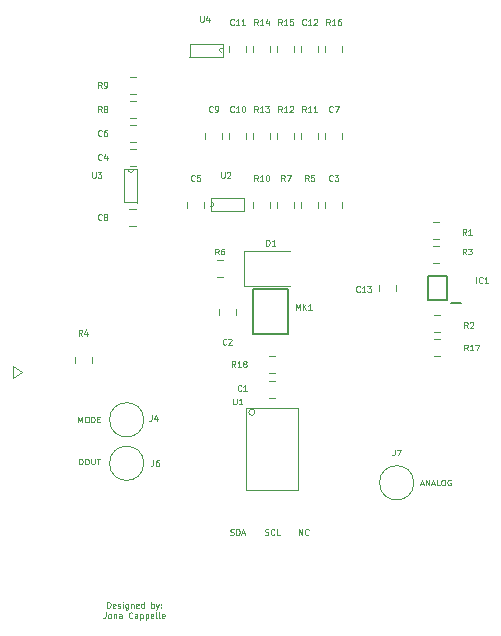
<source format=gto>
G04 #@! TF.GenerationSoftware,KiCad,Pcbnew,(5.1.6)-1*
G04 #@! TF.CreationDate,2021-10-13T16:30:12+02:00*
G04 #@! TF.ProjectId,SoundModulev2,536f756e-644d-46f6-9475-6c6576322e6b,rev?*
G04 #@! TF.SameCoordinates,Original*
G04 #@! TF.FileFunction,Legend,Top*
G04 #@! TF.FilePolarity,Positive*
%FSLAX46Y46*%
G04 Gerber Fmt 4.6, Leading zero omitted, Abs format (unit mm)*
G04 Created by KiCad (PCBNEW (5.1.6)-1) date 2021-10-13 16:30:12*
%MOMM*%
%LPD*%
G01*
G04 APERTURE LIST*
%ADD10C,0.125000*%
%ADD11C,0.120000*%
%ADD12C,0.200000*%
%ADD13C,0.150000*%
%ADD14C,0.070000*%
G04 APERTURE END LIST*
D10*
X135159596Y-93789013D02*
X135397691Y-93789013D01*
X135111977Y-93931870D02*
X135278643Y-93431870D01*
X135445310Y-93931870D01*
X135611977Y-93931870D02*
X135611977Y-93431870D01*
X135897691Y-93931870D01*
X135897691Y-93431870D01*
X136111977Y-93789013D02*
X136350072Y-93789013D01*
X136064358Y-93931870D02*
X136231024Y-93431870D01*
X136397691Y-93931870D01*
X136802453Y-93931870D02*
X136564358Y-93931870D01*
X136564358Y-93431870D01*
X137064358Y-93431870D02*
X137159596Y-93431870D01*
X137207215Y-93455680D01*
X137254834Y-93503299D01*
X137278643Y-93598537D01*
X137278643Y-93765203D01*
X137254834Y-93860441D01*
X137207215Y-93908060D01*
X137159596Y-93931870D01*
X137064358Y-93931870D01*
X137016739Y-93908060D01*
X136969120Y-93860441D01*
X136945310Y-93765203D01*
X136945310Y-93598537D01*
X136969120Y-93503299D01*
X137016739Y-93455680D01*
X137064358Y-93431870D01*
X137754834Y-93455680D02*
X137707215Y-93431870D01*
X137635786Y-93431870D01*
X137564358Y-93455680D01*
X137516739Y-93503299D01*
X137492929Y-93550918D01*
X137469120Y-93646156D01*
X137469120Y-93717584D01*
X137492929Y-93812822D01*
X137516739Y-93860441D01*
X137564358Y-93908060D01*
X137635786Y-93931870D01*
X137683405Y-93931870D01*
X137754834Y-93908060D01*
X137778643Y-93884251D01*
X137778643Y-93717584D01*
X137683405Y-93717584D01*
X106286881Y-92153870D02*
X106286881Y-91653870D01*
X106405929Y-91653870D01*
X106477358Y-91677680D01*
X106524977Y-91725299D01*
X106548786Y-91772918D01*
X106572596Y-91868156D01*
X106572596Y-91939584D01*
X106548786Y-92034822D01*
X106524977Y-92082441D01*
X106477358Y-92130060D01*
X106405929Y-92153870D01*
X106286881Y-92153870D01*
X106882120Y-91653870D02*
X106977358Y-91653870D01*
X107024977Y-91677680D01*
X107072596Y-91725299D01*
X107096405Y-91820537D01*
X107096405Y-91987203D01*
X107072596Y-92082441D01*
X107024977Y-92130060D01*
X106977358Y-92153870D01*
X106882120Y-92153870D01*
X106834500Y-92130060D01*
X106786881Y-92082441D01*
X106763072Y-91987203D01*
X106763072Y-91820537D01*
X106786881Y-91725299D01*
X106834500Y-91677680D01*
X106882120Y-91653870D01*
X107310691Y-91653870D02*
X107310691Y-92058632D01*
X107334500Y-92106251D01*
X107358310Y-92130060D01*
X107405929Y-92153870D01*
X107501167Y-92153870D01*
X107548786Y-92130060D01*
X107572596Y-92106251D01*
X107596405Y-92058632D01*
X107596405Y-91653870D01*
X107763072Y-91653870D02*
X108048786Y-91653870D01*
X107905929Y-92153870D02*
X107905929Y-91653870D01*
X108656405Y-104289370D02*
X108656405Y-103789370D01*
X108775453Y-103789370D01*
X108846881Y-103813180D01*
X108894500Y-103860799D01*
X108918310Y-103908418D01*
X108942120Y-104003656D01*
X108942120Y-104075084D01*
X108918310Y-104170322D01*
X108894500Y-104217941D01*
X108846881Y-104265560D01*
X108775453Y-104289370D01*
X108656405Y-104289370D01*
X109346881Y-104265560D02*
X109299262Y-104289370D01*
X109204024Y-104289370D01*
X109156405Y-104265560D01*
X109132596Y-104217941D01*
X109132596Y-104027465D01*
X109156405Y-103979846D01*
X109204024Y-103956037D01*
X109299262Y-103956037D01*
X109346881Y-103979846D01*
X109370691Y-104027465D01*
X109370691Y-104075084D01*
X109132596Y-104122703D01*
X109561167Y-104265560D02*
X109608786Y-104289370D01*
X109704024Y-104289370D01*
X109751643Y-104265560D01*
X109775453Y-104217941D01*
X109775453Y-104194132D01*
X109751643Y-104146513D01*
X109704024Y-104122703D01*
X109632596Y-104122703D01*
X109584977Y-104098894D01*
X109561167Y-104051275D01*
X109561167Y-104027465D01*
X109584977Y-103979846D01*
X109632596Y-103956037D01*
X109704024Y-103956037D01*
X109751643Y-103979846D01*
X109989739Y-104289370D02*
X109989739Y-103956037D01*
X109989739Y-103789370D02*
X109965929Y-103813180D01*
X109989739Y-103836989D01*
X110013548Y-103813180D01*
X109989739Y-103789370D01*
X109989739Y-103836989D01*
X110442120Y-103956037D02*
X110442120Y-104360799D01*
X110418310Y-104408418D01*
X110394500Y-104432227D01*
X110346881Y-104456037D01*
X110275453Y-104456037D01*
X110227834Y-104432227D01*
X110442120Y-104265560D02*
X110394500Y-104289370D01*
X110299262Y-104289370D01*
X110251643Y-104265560D01*
X110227834Y-104241751D01*
X110204024Y-104194132D01*
X110204024Y-104051275D01*
X110227834Y-104003656D01*
X110251643Y-103979846D01*
X110299262Y-103956037D01*
X110394500Y-103956037D01*
X110442120Y-103979846D01*
X110680215Y-103956037D02*
X110680215Y-104289370D01*
X110680215Y-104003656D02*
X110704024Y-103979846D01*
X110751643Y-103956037D01*
X110823072Y-103956037D01*
X110870691Y-103979846D01*
X110894500Y-104027465D01*
X110894500Y-104289370D01*
X111323072Y-104265560D02*
X111275453Y-104289370D01*
X111180215Y-104289370D01*
X111132596Y-104265560D01*
X111108786Y-104217941D01*
X111108786Y-104027465D01*
X111132596Y-103979846D01*
X111180215Y-103956037D01*
X111275453Y-103956037D01*
X111323072Y-103979846D01*
X111346881Y-104027465D01*
X111346881Y-104075084D01*
X111108786Y-104122703D01*
X111775453Y-104289370D02*
X111775453Y-103789370D01*
X111775453Y-104265560D02*
X111727834Y-104289370D01*
X111632596Y-104289370D01*
X111584977Y-104265560D01*
X111561167Y-104241751D01*
X111537358Y-104194132D01*
X111537358Y-104051275D01*
X111561167Y-104003656D01*
X111584977Y-103979846D01*
X111632596Y-103956037D01*
X111727834Y-103956037D01*
X111775453Y-103979846D01*
X112394500Y-104289370D02*
X112394500Y-103789370D01*
X112394500Y-103979846D02*
X112442120Y-103956037D01*
X112537358Y-103956037D01*
X112584977Y-103979846D01*
X112608786Y-104003656D01*
X112632596Y-104051275D01*
X112632596Y-104194132D01*
X112608786Y-104241751D01*
X112584977Y-104265560D01*
X112537358Y-104289370D01*
X112442120Y-104289370D01*
X112394500Y-104265560D01*
X112799262Y-103956037D02*
X112918310Y-104289370D01*
X113037358Y-103956037D02*
X112918310Y-104289370D01*
X112870691Y-104408418D01*
X112846881Y-104432227D01*
X112799262Y-104456037D01*
X113227834Y-104241751D02*
X113251643Y-104265560D01*
X113227834Y-104289370D01*
X113204024Y-104265560D01*
X113227834Y-104241751D01*
X113227834Y-104289370D01*
X113227834Y-103979846D02*
X113251643Y-104003656D01*
X113227834Y-104027465D01*
X113204024Y-104003656D01*
X113227834Y-103979846D01*
X113227834Y-104027465D01*
X108525453Y-104664370D02*
X108525453Y-105021513D01*
X108501643Y-105092941D01*
X108454024Y-105140560D01*
X108382596Y-105164370D01*
X108334977Y-105164370D01*
X108834977Y-105164370D02*
X108787358Y-105140560D01*
X108763548Y-105116751D01*
X108739739Y-105069132D01*
X108739739Y-104926275D01*
X108763548Y-104878656D01*
X108787358Y-104854846D01*
X108834977Y-104831037D01*
X108906405Y-104831037D01*
X108954024Y-104854846D01*
X108977834Y-104878656D01*
X109001643Y-104926275D01*
X109001643Y-105069132D01*
X108977834Y-105116751D01*
X108954024Y-105140560D01*
X108906405Y-105164370D01*
X108834977Y-105164370D01*
X109215929Y-104831037D02*
X109215929Y-105164370D01*
X109215929Y-104878656D02*
X109239739Y-104854846D01*
X109287358Y-104831037D01*
X109358786Y-104831037D01*
X109406405Y-104854846D01*
X109430215Y-104902465D01*
X109430215Y-105164370D01*
X109882596Y-105164370D02*
X109882596Y-104902465D01*
X109858786Y-104854846D01*
X109811167Y-104831037D01*
X109715929Y-104831037D01*
X109668310Y-104854846D01*
X109882596Y-105140560D02*
X109834977Y-105164370D01*
X109715929Y-105164370D01*
X109668310Y-105140560D01*
X109644500Y-105092941D01*
X109644500Y-105045322D01*
X109668310Y-104997703D01*
X109715929Y-104973894D01*
X109834977Y-104973894D01*
X109882596Y-104950084D01*
X110787358Y-105116751D02*
X110763548Y-105140560D01*
X110692120Y-105164370D01*
X110644500Y-105164370D01*
X110573072Y-105140560D01*
X110525453Y-105092941D01*
X110501643Y-105045322D01*
X110477834Y-104950084D01*
X110477834Y-104878656D01*
X110501643Y-104783418D01*
X110525453Y-104735799D01*
X110573072Y-104688180D01*
X110644500Y-104664370D01*
X110692120Y-104664370D01*
X110763548Y-104688180D01*
X110787358Y-104711989D01*
X111215929Y-105164370D02*
X111215929Y-104902465D01*
X111192120Y-104854846D01*
X111144500Y-104831037D01*
X111049262Y-104831037D01*
X111001643Y-104854846D01*
X111215929Y-105140560D02*
X111168310Y-105164370D01*
X111049262Y-105164370D01*
X111001643Y-105140560D01*
X110977834Y-105092941D01*
X110977834Y-105045322D01*
X111001643Y-104997703D01*
X111049262Y-104973894D01*
X111168310Y-104973894D01*
X111215929Y-104950084D01*
X111454024Y-104831037D02*
X111454024Y-105331037D01*
X111454024Y-104854846D02*
X111501643Y-104831037D01*
X111596881Y-104831037D01*
X111644500Y-104854846D01*
X111668310Y-104878656D01*
X111692120Y-104926275D01*
X111692120Y-105069132D01*
X111668310Y-105116751D01*
X111644500Y-105140560D01*
X111596881Y-105164370D01*
X111501643Y-105164370D01*
X111454024Y-105140560D01*
X111906405Y-104831037D02*
X111906405Y-105331037D01*
X111906405Y-104854846D02*
X111954024Y-104831037D01*
X112049262Y-104831037D01*
X112096881Y-104854846D01*
X112120691Y-104878656D01*
X112144500Y-104926275D01*
X112144500Y-105069132D01*
X112120691Y-105116751D01*
X112096881Y-105140560D01*
X112049262Y-105164370D01*
X111954024Y-105164370D01*
X111906405Y-105140560D01*
X112549262Y-105140560D02*
X112501643Y-105164370D01*
X112406405Y-105164370D01*
X112358786Y-105140560D01*
X112334977Y-105092941D01*
X112334977Y-104902465D01*
X112358786Y-104854846D01*
X112406405Y-104831037D01*
X112501643Y-104831037D01*
X112549262Y-104854846D01*
X112573072Y-104902465D01*
X112573072Y-104950084D01*
X112334977Y-104997703D01*
X112858786Y-105164370D02*
X112811167Y-105140560D01*
X112787358Y-105092941D01*
X112787358Y-104664370D01*
X113120691Y-105164370D02*
X113073072Y-105140560D01*
X113049262Y-105092941D01*
X113049262Y-104664370D01*
X113501643Y-105140560D02*
X113454024Y-105164370D01*
X113358786Y-105164370D01*
X113311167Y-105140560D01*
X113287358Y-105092941D01*
X113287358Y-104902465D01*
X113311167Y-104854846D01*
X113358786Y-104831037D01*
X113454024Y-104831037D01*
X113501643Y-104854846D01*
X113525453Y-104902465D01*
X113525453Y-104950084D01*
X113287358Y-104997703D01*
X106227358Y-88597870D02*
X106227358Y-88097870D01*
X106394024Y-88455013D01*
X106560691Y-88097870D01*
X106560691Y-88597870D01*
X106894024Y-88097870D02*
X106989262Y-88097870D01*
X107036881Y-88121680D01*
X107084500Y-88169299D01*
X107108310Y-88264537D01*
X107108310Y-88431203D01*
X107084500Y-88526441D01*
X107036881Y-88574060D01*
X106989262Y-88597870D01*
X106894024Y-88597870D01*
X106846405Y-88574060D01*
X106798786Y-88526441D01*
X106774977Y-88431203D01*
X106774977Y-88264537D01*
X106798786Y-88169299D01*
X106846405Y-88121680D01*
X106894024Y-88097870D01*
X107322596Y-88597870D02*
X107322596Y-88097870D01*
X107441643Y-88097870D01*
X107513072Y-88121680D01*
X107560691Y-88169299D01*
X107584500Y-88216918D01*
X107608310Y-88312156D01*
X107608310Y-88383584D01*
X107584500Y-88478822D01*
X107560691Y-88526441D01*
X107513072Y-88574060D01*
X107441643Y-88597870D01*
X107322596Y-88597870D01*
X107822596Y-88335965D02*
X107989262Y-88335965D01*
X108060691Y-88597870D02*
X107822596Y-88597870D01*
X107822596Y-88097870D01*
X108060691Y-88097870D01*
D11*
X101417120Y-84307680D02*
X100655120Y-83799680D01*
X100655120Y-84815680D02*
X101417120Y-84307680D01*
X100655120Y-83799680D02*
X100655120Y-84815680D01*
D10*
X124900262Y-98122870D02*
X124900262Y-97622870D01*
X125185977Y-98122870D01*
X125185977Y-97622870D01*
X125709786Y-98075251D02*
X125685977Y-98099060D01*
X125614548Y-98122870D01*
X125566929Y-98122870D01*
X125495500Y-98099060D01*
X125447881Y-98051441D01*
X125424072Y-98003822D01*
X125400262Y-97908584D01*
X125400262Y-97837156D01*
X125424072Y-97741918D01*
X125447881Y-97694299D01*
X125495500Y-97646680D01*
X125566929Y-97622870D01*
X125614548Y-97622870D01*
X125685977Y-97646680D01*
X125709786Y-97670489D01*
X122030881Y-98099060D02*
X122102310Y-98122870D01*
X122221358Y-98122870D01*
X122268977Y-98099060D01*
X122292786Y-98075251D01*
X122316596Y-98027632D01*
X122316596Y-97980013D01*
X122292786Y-97932394D01*
X122268977Y-97908584D01*
X122221358Y-97884775D01*
X122126120Y-97860965D01*
X122078500Y-97837156D01*
X122054691Y-97813346D01*
X122030881Y-97765727D01*
X122030881Y-97718108D01*
X122054691Y-97670489D01*
X122078500Y-97646680D01*
X122126120Y-97622870D01*
X122245167Y-97622870D01*
X122316596Y-97646680D01*
X122816596Y-98075251D02*
X122792786Y-98099060D01*
X122721358Y-98122870D01*
X122673739Y-98122870D01*
X122602310Y-98099060D01*
X122554691Y-98051441D01*
X122530881Y-98003822D01*
X122507072Y-97908584D01*
X122507072Y-97837156D01*
X122530881Y-97741918D01*
X122554691Y-97694299D01*
X122602310Y-97646680D01*
X122673739Y-97622870D01*
X122721358Y-97622870D01*
X122792786Y-97646680D01*
X122816596Y-97670489D01*
X123268977Y-98122870D02*
X123030881Y-98122870D01*
X123030881Y-97622870D01*
X119097977Y-98099060D02*
X119169405Y-98122870D01*
X119288453Y-98122870D01*
X119336072Y-98099060D01*
X119359881Y-98075251D01*
X119383691Y-98027632D01*
X119383691Y-97980013D01*
X119359881Y-97932394D01*
X119336072Y-97908584D01*
X119288453Y-97884775D01*
X119193215Y-97860965D01*
X119145596Y-97837156D01*
X119121786Y-97813346D01*
X119097977Y-97765727D01*
X119097977Y-97718108D01*
X119121786Y-97670489D01*
X119145596Y-97646680D01*
X119193215Y-97622870D01*
X119312262Y-97622870D01*
X119383691Y-97646680D01*
X119597977Y-98122870D02*
X119597977Y-97622870D01*
X119717024Y-97622870D01*
X119788453Y-97646680D01*
X119836072Y-97694299D01*
X119859881Y-97741918D01*
X119883691Y-97837156D01*
X119883691Y-97908584D01*
X119859881Y-98003822D01*
X119836072Y-98051441D01*
X119788453Y-98099060D01*
X119717024Y-98122870D01*
X119597977Y-98122870D01*
X120074167Y-97980013D02*
X120312262Y-97980013D01*
X120026548Y-98122870D02*
X120193215Y-97622870D01*
X120359881Y-98122870D01*
D11*
X124099120Y-74084680D02*
X120214120Y-74084680D01*
X120214120Y-74084680D02*
X120214120Y-77004680D01*
X120214120Y-77004680D02*
X124099120Y-77004680D01*
X134617120Y-93705680D02*
G75*
G03*
X134617120Y-93705680I-1450000J0D01*
G01*
X111757120Y-92054680D02*
G75*
G03*
X111757120Y-92054680I-1450000J0D01*
G01*
X111757120Y-88371680D02*
G75*
G03*
X111757120Y-88371680I-1450000J0D01*
G01*
X119526120Y-79488932D02*
X119526120Y-78966428D01*
X118106120Y-79488932D02*
X118106120Y-78966428D01*
X136857372Y-81565680D02*
X136334868Y-81565680D01*
X136857372Y-82985680D02*
X136334868Y-82985680D01*
X122887372Y-84382680D02*
X122364868Y-84382680D01*
X122887372Y-82962680D02*
X122364868Y-82962680D01*
D12*
X138596120Y-78445680D02*
X137746120Y-78445680D01*
X137396120Y-76195680D02*
X137396120Y-78195680D01*
X135796120Y-76195680D02*
X137396120Y-76195680D01*
X135796120Y-78195680D02*
X135796120Y-76195680D01*
X137396120Y-78195680D02*
X135796120Y-78195680D01*
D11*
X136730372Y-71659680D02*
X136207868Y-71659680D01*
X136730372Y-73079680D02*
X136207868Y-73079680D01*
X136334868Y-80953680D02*
X136857372Y-80953680D01*
X136334868Y-79533680D02*
X136857372Y-79533680D01*
X136207868Y-75111680D02*
X136730372Y-75111680D01*
X136207868Y-73691680D02*
X136730372Y-73691680D01*
X133115120Y-77456932D02*
X133115120Y-76934428D01*
X131695120Y-77456932D02*
X131695120Y-76934428D01*
X122364868Y-85121680D02*
X122887372Y-85121680D01*
X122364868Y-86541680D02*
X122887372Y-86541680D01*
X128543120Y-70480932D02*
X128543120Y-69958428D01*
X127123120Y-70480932D02*
X127123120Y-69958428D01*
X115439120Y-69940428D02*
X115439120Y-70462932D01*
X116859120Y-69940428D02*
X116859120Y-70462932D01*
X127123120Y-64638932D02*
X127123120Y-64116428D01*
X128543120Y-64638932D02*
X128543120Y-64116428D01*
X110562868Y-63404680D02*
X111085372Y-63404680D01*
X110562868Y-64824680D02*
X111085372Y-64824680D01*
X118383120Y-64638932D02*
X118383120Y-64116428D01*
X116963120Y-64638932D02*
X116963120Y-64116428D01*
X118995120Y-64638932D02*
X118995120Y-64116428D01*
X120415120Y-64638932D02*
X120415120Y-64116428D01*
X118995120Y-57254932D02*
X118995120Y-56732428D01*
X120415120Y-57254932D02*
X120415120Y-56732428D01*
X126511120Y-56732428D02*
X126511120Y-57254932D01*
X125091120Y-56732428D02*
X125091120Y-57254932D01*
D13*
X123974120Y-77315680D02*
X121024120Y-77315680D01*
X123974120Y-81075680D02*
X123974120Y-77315680D01*
X121024120Y-81075680D02*
X123974120Y-81075680D01*
X121024120Y-77315680D02*
X121024120Y-81075680D01*
D11*
X107334120Y-83030428D02*
X107334120Y-83552932D01*
X105914120Y-83030428D02*
X105914120Y-83552932D01*
X118442372Y-76254680D02*
X117919868Y-76254680D01*
X118442372Y-74834680D02*
X117919868Y-74834680D01*
X125091120Y-70480932D02*
X125091120Y-69958428D01*
X126511120Y-70480932D02*
X126511120Y-69958428D01*
X123059120Y-69958428D02*
X123059120Y-70480932D01*
X124479120Y-69958428D02*
X124479120Y-70480932D01*
X111085372Y-61372680D02*
X110562868Y-61372680D01*
X111085372Y-62792680D02*
X110562868Y-62792680D01*
X110562868Y-60760680D02*
X111085372Y-60760680D01*
X110562868Y-59340680D02*
X111085372Y-59340680D01*
X121027120Y-69958428D02*
X121027120Y-70480932D01*
X122447120Y-69958428D02*
X122447120Y-70480932D01*
X126511120Y-64638932D02*
X126511120Y-64116428D01*
X125091120Y-64638932D02*
X125091120Y-64116428D01*
X124479120Y-64116428D02*
X124479120Y-64638932D01*
X123059120Y-64116428D02*
X123059120Y-64638932D01*
X122447120Y-64638932D02*
X122447120Y-64116428D01*
X121027120Y-64638932D02*
X121027120Y-64116428D01*
X122447120Y-56732428D02*
X122447120Y-57254932D01*
X121027120Y-56732428D02*
X121027120Y-57254932D01*
X123059120Y-57254932D02*
X123059120Y-56732428D01*
X124479120Y-57254932D02*
X124479120Y-56732428D01*
X127123120Y-56732428D02*
X127123120Y-57254932D01*
X128543120Y-56732428D02*
X128543120Y-57254932D01*
X121165620Y-87736680D02*
G75*
G03*
X121165620Y-87736680I-254000J0D01*
G01*
X120403620Y-94340680D02*
X120403620Y-87355680D01*
X124848620Y-94340680D02*
X120403620Y-94340680D01*
X124848620Y-87355680D02*
X124848620Y-94340680D01*
X120403620Y-87355680D02*
X124848620Y-87355680D01*
D14*
X117421272Y-70317717D02*
G75*
G03*
X117685820Y-70096380I58808J198477D01*
G01*
X117685820Y-70091300D02*
G75*
G03*
X117475000Y-69875400I-213360J2540D01*
G01*
X117419120Y-69575680D02*
X117419120Y-70655180D01*
X120213120Y-70655180D02*
X117419120Y-70655180D01*
X120213120Y-69575680D02*
X120213120Y-70655180D01*
X117419120Y-69575680D02*
X120233440Y-69575680D01*
X111196120Y-67162680D02*
X110116620Y-67162680D01*
X110116620Y-69956680D02*
X110116620Y-67162680D01*
X111196120Y-69956680D02*
X110116620Y-69956680D01*
X111196120Y-67162680D02*
X111196120Y-69977000D01*
X110454083Y-67164832D02*
G75*
G03*
X110675420Y-67429380I198477J-58808D01*
G01*
X110680500Y-67429380D02*
G75*
G03*
X110896400Y-67218560I2540J213360D01*
G01*
X118168420Y-57122060D02*
G75*
G03*
X118379240Y-57337960I213360J-2540D01*
G01*
X118432968Y-56895643D02*
G75*
G03*
X118168420Y-57116980I-58808J-198477D01*
G01*
X118435120Y-57637680D02*
X115620800Y-57637680D01*
X115641120Y-57637680D02*
X115641120Y-56558180D01*
X115641120Y-56558180D02*
X118435120Y-56558180D01*
X118435120Y-57637680D02*
X118435120Y-56558180D01*
D11*
X110553868Y-66856680D02*
X111076372Y-66856680D01*
X110553868Y-65436680D02*
X111076372Y-65436680D01*
X110544868Y-70516680D02*
X111067372Y-70516680D01*
X110544868Y-71936680D02*
X111067372Y-71936680D01*
D10*
X122130072Y-73625870D02*
X122130072Y-73125870D01*
X122249120Y-73125870D01*
X122320548Y-73149680D01*
X122368167Y-73197299D01*
X122391977Y-73244918D01*
X122415786Y-73340156D01*
X122415786Y-73411584D01*
X122391977Y-73506822D01*
X122368167Y-73554441D01*
X122320548Y-73602060D01*
X122249120Y-73625870D01*
X122130072Y-73625870D01*
X122891977Y-73625870D02*
X122606262Y-73625870D01*
X122749120Y-73625870D02*
X122749120Y-73125870D01*
X122701500Y-73197299D01*
X122653881Y-73244918D01*
X122606262Y-73268727D01*
X133000453Y-90891870D02*
X133000453Y-91249013D01*
X132976643Y-91320441D01*
X132929024Y-91368060D01*
X132857596Y-91391870D01*
X132809977Y-91391870D01*
X133190929Y-90891870D02*
X133524262Y-90891870D01*
X133309977Y-91391870D01*
X112553453Y-91780870D02*
X112553453Y-92138013D01*
X112529643Y-92209441D01*
X112482024Y-92257060D01*
X112410596Y-92280870D01*
X112362977Y-92280870D01*
X113005834Y-91780870D02*
X112910596Y-91780870D01*
X112862977Y-91804680D01*
X112839167Y-91828489D01*
X112791548Y-91899918D01*
X112767739Y-91995156D01*
X112767739Y-92185632D01*
X112791548Y-92233251D01*
X112815358Y-92257060D01*
X112862977Y-92280870D01*
X112958215Y-92280870D01*
X113005834Y-92257060D01*
X113029643Y-92233251D01*
X113053453Y-92185632D01*
X113053453Y-92066584D01*
X113029643Y-92018965D01*
X113005834Y-91995156D01*
X112958215Y-91971346D01*
X112862977Y-91971346D01*
X112815358Y-91995156D01*
X112791548Y-92018965D01*
X112767739Y-92066584D01*
X112426453Y-87970870D02*
X112426453Y-88328013D01*
X112402643Y-88399441D01*
X112355024Y-88447060D01*
X112283596Y-88470870D01*
X112235977Y-88470870D01*
X112878834Y-88137537D02*
X112878834Y-88470870D01*
X112759786Y-87947060D02*
X112640739Y-88304203D01*
X112950262Y-88304203D01*
X118732786Y-81955251D02*
X118708977Y-81979060D01*
X118637548Y-82002870D01*
X118589929Y-82002870D01*
X118518500Y-81979060D01*
X118470881Y-81931441D01*
X118447072Y-81883822D01*
X118423262Y-81788584D01*
X118423262Y-81717156D01*
X118447072Y-81621918D01*
X118470881Y-81574299D01*
X118518500Y-81526680D01*
X118589929Y-81502870D01*
X118637548Y-81502870D01*
X118708977Y-81526680D01*
X118732786Y-81550489D01*
X118923262Y-81550489D02*
X118947072Y-81526680D01*
X118994691Y-81502870D01*
X119113739Y-81502870D01*
X119161358Y-81526680D01*
X119185167Y-81550489D01*
X119208977Y-81598108D01*
X119208977Y-81645727D01*
X119185167Y-81717156D01*
X118899453Y-82002870D01*
X119208977Y-82002870D01*
X139195691Y-82501870D02*
X139029024Y-82263775D01*
X138909977Y-82501870D02*
X138909977Y-82001870D01*
X139100453Y-82001870D01*
X139148072Y-82025680D01*
X139171881Y-82049489D01*
X139195691Y-82097108D01*
X139195691Y-82168537D01*
X139171881Y-82216156D01*
X139148072Y-82239965D01*
X139100453Y-82263775D01*
X138909977Y-82263775D01*
X139671881Y-82501870D02*
X139386167Y-82501870D01*
X139529024Y-82501870D02*
X139529024Y-82001870D01*
X139481405Y-82073299D01*
X139433786Y-82120918D01*
X139386167Y-82144727D01*
X139838548Y-82001870D02*
X140171881Y-82001870D01*
X139957596Y-82501870D01*
X119510691Y-83898870D02*
X119344024Y-83660775D01*
X119224977Y-83898870D02*
X119224977Y-83398870D01*
X119415453Y-83398870D01*
X119463072Y-83422680D01*
X119486881Y-83446489D01*
X119510691Y-83494108D01*
X119510691Y-83565537D01*
X119486881Y-83613156D01*
X119463072Y-83636965D01*
X119415453Y-83660775D01*
X119224977Y-83660775D01*
X119986881Y-83898870D02*
X119701167Y-83898870D01*
X119844024Y-83898870D02*
X119844024Y-83398870D01*
X119796405Y-83470299D01*
X119748786Y-83517918D01*
X119701167Y-83541727D01*
X120272596Y-83613156D02*
X120224977Y-83589346D01*
X120201167Y-83565537D01*
X120177358Y-83517918D01*
X120177358Y-83494108D01*
X120201167Y-83446489D01*
X120224977Y-83422680D01*
X120272596Y-83398870D01*
X120367834Y-83398870D01*
X120415453Y-83422680D01*
X120439262Y-83446489D01*
X120463072Y-83494108D01*
X120463072Y-83517918D01*
X120439262Y-83565537D01*
X120415453Y-83589346D01*
X120367834Y-83613156D01*
X120272596Y-83613156D01*
X120224977Y-83636965D01*
X120201167Y-83660775D01*
X120177358Y-83708394D01*
X120177358Y-83803632D01*
X120201167Y-83851251D01*
X120224977Y-83875060D01*
X120272596Y-83898870D01*
X120367834Y-83898870D01*
X120415453Y-83875060D01*
X120439262Y-83851251D01*
X120463072Y-83803632D01*
X120463072Y-83708394D01*
X120439262Y-83660775D01*
X120415453Y-83636965D01*
X120367834Y-83613156D01*
X139918024Y-76786870D02*
X139918024Y-76286870D01*
X140441834Y-76739251D02*
X140418024Y-76763060D01*
X140346596Y-76786870D01*
X140298977Y-76786870D01*
X140227548Y-76763060D01*
X140179929Y-76715441D01*
X140156120Y-76667822D01*
X140132310Y-76572584D01*
X140132310Y-76501156D01*
X140156120Y-76405918D01*
X140179929Y-76358299D01*
X140227548Y-76310680D01*
X140298977Y-76286870D01*
X140346596Y-76286870D01*
X140418024Y-76310680D01*
X140441834Y-76334489D01*
X140918024Y-76786870D02*
X140632310Y-76786870D01*
X140775167Y-76786870D02*
X140775167Y-76286870D01*
X140727548Y-76358299D01*
X140679929Y-76405918D01*
X140632310Y-76429727D01*
X139052786Y-74373870D02*
X138886120Y-74135775D01*
X138767072Y-74373870D02*
X138767072Y-73873870D01*
X138957548Y-73873870D01*
X139005167Y-73897680D01*
X139028977Y-73921489D01*
X139052786Y-73969108D01*
X139052786Y-74040537D01*
X139028977Y-74088156D01*
X139005167Y-74111965D01*
X138957548Y-74135775D01*
X138767072Y-74135775D01*
X139219453Y-73873870D02*
X139528977Y-73873870D01*
X139362310Y-74064346D01*
X139433739Y-74064346D01*
X139481358Y-74088156D01*
X139505167Y-74111965D01*
X139528977Y-74159584D01*
X139528977Y-74278632D01*
X139505167Y-74326251D01*
X139481358Y-74350060D01*
X139433739Y-74373870D01*
X139290881Y-74373870D01*
X139243262Y-74350060D01*
X139219453Y-74326251D01*
X139179786Y-80596870D02*
X139013120Y-80358775D01*
X138894072Y-80596870D02*
X138894072Y-80096870D01*
X139084548Y-80096870D01*
X139132167Y-80120680D01*
X139155977Y-80144489D01*
X139179786Y-80192108D01*
X139179786Y-80263537D01*
X139155977Y-80311156D01*
X139132167Y-80334965D01*
X139084548Y-80358775D01*
X138894072Y-80358775D01*
X139370262Y-80144489D02*
X139394072Y-80120680D01*
X139441691Y-80096870D01*
X139560739Y-80096870D01*
X139608358Y-80120680D01*
X139632167Y-80144489D01*
X139655977Y-80192108D01*
X139655977Y-80239727D01*
X139632167Y-80311156D01*
X139346453Y-80596870D01*
X139655977Y-80596870D01*
X139052786Y-72722870D02*
X138886120Y-72484775D01*
X138767072Y-72722870D02*
X138767072Y-72222870D01*
X138957548Y-72222870D01*
X139005167Y-72246680D01*
X139028977Y-72270489D01*
X139052786Y-72318108D01*
X139052786Y-72389537D01*
X139028977Y-72437156D01*
X139005167Y-72460965D01*
X138957548Y-72484775D01*
X138767072Y-72484775D01*
X139528977Y-72722870D02*
X139243262Y-72722870D01*
X139386120Y-72722870D02*
X139386120Y-72222870D01*
X139338500Y-72294299D01*
X139290881Y-72341918D01*
X139243262Y-72365727D01*
X130051691Y-77501251D02*
X130027881Y-77525060D01*
X129956453Y-77548870D01*
X129908834Y-77548870D01*
X129837405Y-77525060D01*
X129789786Y-77477441D01*
X129765977Y-77429822D01*
X129742167Y-77334584D01*
X129742167Y-77263156D01*
X129765977Y-77167918D01*
X129789786Y-77120299D01*
X129837405Y-77072680D01*
X129908834Y-77048870D01*
X129956453Y-77048870D01*
X130027881Y-77072680D01*
X130051691Y-77096489D01*
X130527881Y-77548870D02*
X130242167Y-77548870D01*
X130385024Y-77548870D02*
X130385024Y-77048870D01*
X130337405Y-77120299D01*
X130289786Y-77167918D01*
X130242167Y-77191727D01*
X130694548Y-77048870D02*
X131004072Y-77048870D01*
X130837405Y-77239346D01*
X130908834Y-77239346D01*
X130956453Y-77263156D01*
X130980262Y-77286965D01*
X131004072Y-77334584D01*
X131004072Y-77453632D01*
X130980262Y-77501251D01*
X130956453Y-77525060D01*
X130908834Y-77548870D01*
X130765977Y-77548870D01*
X130718358Y-77525060D01*
X130694548Y-77501251D01*
X120002786Y-85883251D02*
X119978977Y-85907060D01*
X119907548Y-85930870D01*
X119859929Y-85930870D01*
X119788500Y-85907060D01*
X119740881Y-85859441D01*
X119717072Y-85811822D01*
X119693262Y-85716584D01*
X119693262Y-85645156D01*
X119717072Y-85549918D01*
X119740881Y-85502299D01*
X119788500Y-85454680D01*
X119859929Y-85430870D01*
X119907548Y-85430870D01*
X119978977Y-85454680D01*
X120002786Y-85478489D01*
X120478977Y-85930870D02*
X120193262Y-85930870D01*
X120336120Y-85930870D02*
X120336120Y-85430870D01*
X120288500Y-85502299D01*
X120240881Y-85549918D01*
X120193262Y-85573727D01*
X127749786Y-68103251D02*
X127725977Y-68127060D01*
X127654548Y-68150870D01*
X127606929Y-68150870D01*
X127535500Y-68127060D01*
X127487881Y-68079441D01*
X127464072Y-68031822D01*
X127440262Y-67936584D01*
X127440262Y-67865156D01*
X127464072Y-67769918D01*
X127487881Y-67722299D01*
X127535500Y-67674680D01*
X127606929Y-67650870D01*
X127654548Y-67650870D01*
X127725977Y-67674680D01*
X127749786Y-67698489D01*
X127916453Y-67650870D02*
X128225977Y-67650870D01*
X128059310Y-67841346D01*
X128130739Y-67841346D01*
X128178358Y-67865156D01*
X128202167Y-67888965D01*
X128225977Y-67936584D01*
X128225977Y-68055632D01*
X128202167Y-68103251D01*
X128178358Y-68127060D01*
X128130739Y-68150870D01*
X127987881Y-68150870D01*
X127940262Y-68127060D01*
X127916453Y-68103251D01*
X116065786Y-68103251D02*
X116041977Y-68127060D01*
X115970548Y-68150870D01*
X115922929Y-68150870D01*
X115851500Y-68127060D01*
X115803881Y-68079441D01*
X115780072Y-68031822D01*
X115756262Y-67936584D01*
X115756262Y-67865156D01*
X115780072Y-67769918D01*
X115803881Y-67722299D01*
X115851500Y-67674680D01*
X115922929Y-67650870D01*
X115970548Y-67650870D01*
X116041977Y-67674680D01*
X116065786Y-67698489D01*
X116518167Y-67650870D02*
X116280072Y-67650870D01*
X116256262Y-67888965D01*
X116280072Y-67865156D01*
X116327691Y-67841346D01*
X116446739Y-67841346D01*
X116494358Y-67865156D01*
X116518167Y-67888965D01*
X116541977Y-67936584D01*
X116541977Y-68055632D01*
X116518167Y-68103251D01*
X116494358Y-68127060D01*
X116446739Y-68150870D01*
X116327691Y-68150870D01*
X116280072Y-68127060D01*
X116256262Y-68103251D01*
X127749786Y-62261251D02*
X127725977Y-62285060D01*
X127654548Y-62308870D01*
X127606929Y-62308870D01*
X127535500Y-62285060D01*
X127487881Y-62237441D01*
X127464072Y-62189822D01*
X127440262Y-62094584D01*
X127440262Y-62023156D01*
X127464072Y-61927918D01*
X127487881Y-61880299D01*
X127535500Y-61832680D01*
X127606929Y-61808870D01*
X127654548Y-61808870D01*
X127725977Y-61832680D01*
X127749786Y-61856489D01*
X127916453Y-61808870D02*
X128249786Y-61808870D01*
X128035500Y-62308870D01*
X108191786Y-64293251D02*
X108167977Y-64317060D01*
X108096548Y-64340870D01*
X108048929Y-64340870D01*
X107977500Y-64317060D01*
X107929881Y-64269441D01*
X107906072Y-64221822D01*
X107882262Y-64126584D01*
X107882262Y-64055156D01*
X107906072Y-63959918D01*
X107929881Y-63912299D01*
X107977500Y-63864680D01*
X108048929Y-63840870D01*
X108096548Y-63840870D01*
X108167977Y-63864680D01*
X108191786Y-63888489D01*
X108620358Y-63840870D02*
X108525120Y-63840870D01*
X108477500Y-63864680D01*
X108453691Y-63888489D01*
X108406072Y-63959918D01*
X108382262Y-64055156D01*
X108382262Y-64245632D01*
X108406072Y-64293251D01*
X108429881Y-64317060D01*
X108477500Y-64340870D01*
X108572739Y-64340870D01*
X108620358Y-64317060D01*
X108644167Y-64293251D01*
X108667977Y-64245632D01*
X108667977Y-64126584D01*
X108644167Y-64078965D01*
X108620358Y-64055156D01*
X108572739Y-64031346D01*
X108477500Y-64031346D01*
X108429881Y-64055156D01*
X108406072Y-64078965D01*
X108382262Y-64126584D01*
X117589786Y-62261251D02*
X117565977Y-62285060D01*
X117494548Y-62308870D01*
X117446929Y-62308870D01*
X117375500Y-62285060D01*
X117327881Y-62237441D01*
X117304072Y-62189822D01*
X117280262Y-62094584D01*
X117280262Y-62023156D01*
X117304072Y-61927918D01*
X117327881Y-61880299D01*
X117375500Y-61832680D01*
X117446929Y-61808870D01*
X117494548Y-61808870D01*
X117565977Y-61832680D01*
X117589786Y-61856489D01*
X117827881Y-62308870D02*
X117923120Y-62308870D01*
X117970739Y-62285060D01*
X117994548Y-62261251D01*
X118042167Y-62189822D01*
X118065977Y-62094584D01*
X118065977Y-61904108D01*
X118042167Y-61856489D01*
X118018358Y-61832680D01*
X117970739Y-61808870D01*
X117875500Y-61808870D01*
X117827881Y-61832680D01*
X117804072Y-61856489D01*
X117780262Y-61904108D01*
X117780262Y-62023156D01*
X117804072Y-62070775D01*
X117827881Y-62094584D01*
X117875500Y-62118394D01*
X117970739Y-62118394D01*
X118018358Y-62094584D01*
X118042167Y-62070775D01*
X118065977Y-62023156D01*
X119383691Y-62261251D02*
X119359881Y-62285060D01*
X119288453Y-62308870D01*
X119240834Y-62308870D01*
X119169405Y-62285060D01*
X119121786Y-62237441D01*
X119097977Y-62189822D01*
X119074167Y-62094584D01*
X119074167Y-62023156D01*
X119097977Y-61927918D01*
X119121786Y-61880299D01*
X119169405Y-61832680D01*
X119240834Y-61808870D01*
X119288453Y-61808870D01*
X119359881Y-61832680D01*
X119383691Y-61856489D01*
X119859881Y-62308870D02*
X119574167Y-62308870D01*
X119717024Y-62308870D02*
X119717024Y-61808870D01*
X119669405Y-61880299D01*
X119621786Y-61927918D01*
X119574167Y-61951727D01*
X120169405Y-61808870D02*
X120217024Y-61808870D01*
X120264643Y-61832680D01*
X120288453Y-61856489D01*
X120312262Y-61904108D01*
X120336072Y-61999346D01*
X120336072Y-62118394D01*
X120312262Y-62213632D01*
X120288453Y-62261251D01*
X120264643Y-62285060D01*
X120217024Y-62308870D01*
X120169405Y-62308870D01*
X120121786Y-62285060D01*
X120097977Y-62261251D01*
X120074167Y-62213632D01*
X120050358Y-62118394D01*
X120050358Y-61999346D01*
X120074167Y-61904108D01*
X120097977Y-61856489D01*
X120121786Y-61832680D01*
X120169405Y-61808870D01*
X119383691Y-54895251D02*
X119359881Y-54919060D01*
X119288453Y-54942870D01*
X119240834Y-54942870D01*
X119169405Y-54919060D01*
X119121786Y-54871441D01*
X119097977Y-54823822D01*
X119074167Y-54728584D01*
X119074167Y-54657156D01*
X119097977Y-54561918D01*
X119121786Y-54514299D01*
X119169405Y-54466680D01*
X119240834Y-54442870D01*
X119288453Y-54442870D01*
X119359881Y-54466680D01*
X119383691Y-54490489D01*
X119859881Y-54942870D02*
X119574167Y-54942870D01*
X119717024Y-54942870D02*
X119717024Y-54442870D01*
X119669405Y-54514299D01*
X119621786Y-54561918D01*
X119574167Y-54585727D01*
X120336072Y-54942870D02*
X120050358Y-54942870D01*
X120193215Y-54942870D02*
X120193215Y-54442870D01*
X120145596Y-54514299D01*
X120097977Y-54561918D01*
X120050358Y-54585727D01*
X125479691Y-54895251D02*
X125455881Y-54919060D01*
X125384453Y-54942870D01*
X125336834Y-54942870D01*
X125265405Y-54919060D01*
X125217786Y-54871441D01*
X125193977Y-54823822D01*
X125170167Y-54728584D01*
X125170167Y-54657156D01*
X125193977Y-54561918D01*
X125217786Y-54514299D01*
X125265405Y-54466680D01*
X125336834Y-54442870D01*
X125384453Y-54442870D01*
X125455881Y-54466680D01*
X125479691Y-54490489D01*
X125955881Y-54942870D02*
X125670167Y-54942870D01*
X125813024Y-54942870D02*
X125813024Y-54442870D01*
X125765405Y-54514299D01*
X125717786Y-54561918D01*
X125670167Y-54585727D01*
X126146358Y-54490489D02*
X126170167Y-54466680D01*
X126217786Y-54442870D01*
X126336834Y-54442870D01*
X126384453Y-54466680D01*
X126408262Y-54490489D01*
X126432072Y-54538108D01*
X126432072Y-54585727D01*
X126408262Y-54657156D01*
X126122548Y-54942870D01*
X126432072Y-54942870D01*
X124639358Y-79067870D02*
X124639358Y-78567870D01*
X124806024Y-78925013D01*
X124972691Y-78567870D01*
X124972691Y-79067870D01*
X125210786Y-79067870D02*
X125210786Y-78567870D01*
X125496500Y-79067870D02*
X125282215Y-78782156D01*
X125496500Y-78567870D02*
X125210786Y-78853584D01*
X125972691Y-79067870D02*
X125686977Y-79067870D01*
X125829834Y-79067870D02*
X125829834Y-78567870D01*
X125782215Y-78639299D01*
X125734596Y-78686918D01*
X125686977Y-78710727D01*
X106540786Y-81240870D02*
X106374120Y-81002775D01*
X106255072Y-81240870D02*
X106255072Y-80740870D01*
X106445548Y-80740870D01*
X106493167Y-80764680D01*
X106516977Y-80788489D01*
X106540786Y-80836108D01*
X106540786Y-80907537D01*
X106516977Y-80955156D01*
X106493167Y-80978965D01*
X106445548Y-81002775D01*
X106255072Y-81002775D01*
X106969358Y-80907537D02*
X106969358Y-81240870D01*
X106850310Y-80717060D02*
X106731262Y-81074203D01*
X107040786Y-81074203D01*
X118097786Y-74373870D02*
X117931120Y-74135775D01*
X117812072Y-74373870D02*
X117812072Y-73873870D01*
X118002548Y-73873870D01*
X118050167Y-73897680D01*
X118073977Y-73921489D01*
X118097786Y-73969108D01*
X118097786Y-74040537D01*
X118073977Y-74088156D01*
X118050167Y-74111965D01*
X118002548Y-74135775D01*
X117812072Y-74135775D01*
X118526358Y-73873870D02*
X118431120Y-73873870D01*
X118383500Y-73897680D01*
X118359691Y-73921489D01*
X118312072Y-73992918D01*
X118288262Y-74088156D01*
X118288262Y-74278632D01*
X118312072Y-74326251D01*
X118335881Y-74350060D01*
X118383500Y-74373870D01*
X118478739Y-74373870D01*
X118526358Y-74350060D01*
X118550167Y-74326251D01*
X118573977Y-74278632D01*
X118573977Y-74159584D01*
X118550167Y-74111965D01*
X118526358Y-74088156D01*
X118478739Y-74064346D01*
X118383500Y-74064346D01*
X118335881Y-74088156D01*
X118312072Y-74111965D01*
X118288262Y-74159584D01*
X125717786Y-68150870D02*
X125551120Y-67912775D01*
X125432072Y-68150870D02*
X125432072Y-67650870D01*
X125622548Y-67650870D01*
X125670167Y-67674680D01*
X125693977Y-67698489D01*
X125717786Y-67746108D01*
X125717786Y-67817537D01*
X125693977Y-67865156D01*
X125670167Y-67888965D01*
X125622548Y-67912775D01*
X125432072Y-67912775D01*
X126170167Y-67650870D02*
X125932072Y-67650870D01*
X125908262Y-67888965D01*
X125932072Y-67865156D01*
X125979691Y-67841346D01*
X126098739Y-67841346D01*
X126146358Y-67865156D01*
X126170167Y-67888965D01*
X126193977Y-67936584D01*
X126193977Y-68055632D01*
X126170167Y-68103251D01*
X126146358Y-68127060D01*
X126098739Y-68150870D01*
X125979691Y-68150870D01*
X125932072Y-68127060D01*
X125908262Y-68103251D01*
X123685786Y-68150870D02*
X123519120Y-67912775D01*
X123400072Y-68150870D02*
X123400072Y-67650870D01*
X123590548Y-67650870D01*
X123638167Y-67674680D01*
X123661977Y-67698489D01*
X123685786Y-67746108D01*
X123685786Y-67817537D01*
X123661977Y-67865156D01*
X123638167Y-67888965D01*
X123590548Y-67912775D01*
X123400072Y-67912775D01*
X123852453Y-67650870D02*
X124185786Y-67650870D01*
X123971500Y-68150870D01*
X108191786Y-62308870D02*
X108025120Y-62070775D01*
X107906072Y-62308870D02*
X107906072Y-61808870D01*
X108096548Y-61808870D01*
X108144167Y-61832680D01*
X108167977Y-61856489D01*
X108191786Y-61904108D01*
X108191786Y-61975537D01*
X108167977Y-62023156D01*
X108144167Y-62046965D01*
X108096548Y-62070775D01*
X107906072Y-62070775D01*
X108477500Y-62023156D02*
X108429881Y-61999346D01*
X108406072Y-61975537D01*
X108382262Y-61927918D01*
X108382262Y-61904108D01*
X108406072Y-61856489D01*
X108429881Y-61832680D01*
X108477500Y-61808870D01*
X108572739Y-61808870D01*
X108620358Y-61832680D01*
X108644167Y-61856489D01*
X108667977Y-61904108D01*
X108667977Y-61927918D01*
X108644167Y-61975537D01*
X108620358Y-61999346D01*
X108572739Y-62023156D01*
X108477500Y-62023156D01*
X108429881Y-62046965D01*
X108406072Y-62070775D01*
X108382262Y-62118394D01*
X108382262Y-62213632D01*
X108406072Y-62261251D01*
X108429881Y-62285060D01*
X108477500Y-62308870D01*
X108572739Y-62308870D01*
X108620358Y-62285060D01*
X108644167Y-62261251D01*
X108667977Y-62213632D01*
X108667977Y-62118394D01*
X108644167Y-62070775D01*
X108620358Y-62046965D01*
X108572739Y-62023156D01*
X108191786Y-60276870D02*
X108025120Y-60038775D01*
X107906072Y-60276870D02*
X107906072Y-59776870D01*
X108096548Y-59776870D01*
X108144167Y-59800680D01*
X108167977Y-59824489D01*
X108191786Y-59872108D01*
X108191786Y-59943537D01*
X108167977Y-59991156D01*
X108144167Y-60014965D01*
X108096548Y-60038775D01*
X107906072Y-60038775D01*
X108429881Y-60276870D02*
X108525120Y-60276870D01*
X108572739Y-60253060D01*
X108596548Y-60229251D01*
X108644167Y-60157822D01*
X108667977Y-60062584D01*
X108667977Y-59872108D01*
X108644167Y-59824489D01*
X108620358Y-59800680D01*
X108572739Y-59776870D01*
X108477500Y-59776870D01*
X108429881Y-59800680D01*
X108406072Y-59824489D01*
X108382262Y-59872108D01*
X108382262Y-59991156D01*
X108406072Y-60038775D01*
X108429881Y-60062584D01*
X108477500Y-60086394D01*
X108572739Y-60086394D01*
X108620358Y-60062584D01*
X108644167Y-60038775D01*
X108667977Y-59991156D01*
X121415691Y-68150870D02*
X121249024Y-67912775D01*
X121129977Y-68150870D02*
X121129977Y-67650870D01*
X121320453Y-67650870D01*
X121368072Y-67674680D01*
X121391881Y-67698489D01*
X121415691Y-67746108D01*
X121415691Y-67817537D01*
X121391881Y-67865156D01*
X121368072Y-67888965D01*
X121320453Y-67912775D01*
X121129977Y-67912775D01*
X121891881Y-68150870D02*
X121606167Y-68150870D01*
X121749024Y-68150870D02*
X121749024Y-67650870D01*
X121701405Y-67722299D01*
X121653786Y-67769918D01*
X121606167Y-67793727D01*
X122201405Y-67650870D02*
X122249024Y-67650870D01*
X122296643Y-67674680D01*
X122320453Y-67698489D01*
X122344262Y-67746108D01*
X122368072Y-67841346D01*
X122368072Y-67960394D01*
X122344262Y-68055632D01*
X122320453Y-68103251D01*
X122296643Y-68127060D01*
X122249024Y-68150870D01*
X122201405Y-68150870D01*
X122153786Y-68127060D01*
X122129977Y-68103251D01*
X122106167Y-68055632D01*
X122082358Y-67960394D01*
X122082358Y-67841346D01*
X122106167Y-67746108D01*
X122129977Y-67698489D01*
X122153786Y-67674680D01*
X122201405Y-67650870D01*
X125479691Y-62308870D02*
X125313024Y-62070775D01*
X125193977Y-62308870D02*
X125193977Y-61808870D01*
X125384453Y-61808870D01*
X125432072Y-61832680D01*
X125455881Y-61856489D01*
X125479691Y-61904108D01*
X125479691Y-61975537D01*
X125455881Y-62023156D01*
X125432072Y-62046965D01*
X125384453Y-62070775D01*
X125193977Y-62070775D01*
X125955881Y-62308870D02*
X125670167Y-62308870D01*
X125813024Y-62308870D02*
X125813024Y-61808870D01*
X125765405Y-61880299D01*
X125717786Y-61927918D01*
X125670167Y-61951727D01*
X126432072Y-62308870D02*
X126146358Y-62308870D01*
X126289215Y-62308870D02*
X126289215Y-61808870D01*
X126241596Y-61880299D01*
X126193977Y-61927918D01*
X126146358Y-61951727D01*
X123447691Y-62308870D02*
X123281024Y-62070775D01*
X123161977Y-62308870D02*
X123161977Y-61808870D01*
X123352453Y-61808870D01*
X123400072Y-61832680D01*
X123423881Y-61856489D01*
X123447691Y-61904108D01*
X123447691Y-61975537D01*
X123423881Y-62023156D01*
X123400072Y-62046965D01*
X123352453Y-62070775D01*
X123161977Y-62070775D01*
X123923881Y-62308870D02*
X123638167Y-62308870D01*
X123781024Y-62308870D02*
X123781024Y-61808870D01*
X123733405Y-61880299D01*
X123685786Y-61927918D01*
X123638167Y-61951727D01*
X124114358Y-61856489D02*
X124138167Y-61832680D01*
X124185786Y-61808870D01*
X124304834Y-61808870D01*
X124352453Y-61832680D01*
X124376262Y-61856489D01*
X124400072Y-61904108D01*
X124400072Y-61951727D01*
X124376262Y-62023156D01*
X124090548Y-62308870D01*
X124400072Y-62308870D01*
X121415691Y-62308870D02*
X121249024Y-62070775D01*
X121129977Y-62308870D02*
X121129977Y-61808870D01*
X121320453Y-61808870D01*
X121368072Y-61832680D01*
X121391881Y-61856489D01*
X121415691Y-61904108D01*
X121415691Y-61975537D01*
X121391881Y-62023156D01*
X121368072Y-62046965D01*
X121320453Y-62070775D01*
X121129977Y-62070775D01*
X121891881Y-62308870D02*
X121606167Y-62308870D01*
X121749024Y-62308870D02*
X121749024Y-61808870D01*
X121701405Y-61880299D01*
X121653786Y-61927918D01*
X121606167Y-61951727D01*
X122058548Y-61808870D02*
X122368072Y-61808870D01*
X122201405Y-61999346D01*
X122272834Y-61999346D01*
X122320453Y-62023156D01*
X122344262Y-62046965D01*
X122368072Y-62094584D01*
X122368072Y-62213632D01*
X122344262Y-62261251D01*
X122320453Y-62285060D01*
X122272834Y-62308870D01*
X122129977Y-62308870D01*
X122082358Y-62285060D01*
X122058548Y-62261251D01*
X121415691Y-54942870D02*
X121249024Y-54704775D01*
X121129977Y-54942870D02*
X121129977Y-54442870D01*
X121320453Y-54442870D01*
X121368072Y-54466680D01*
X121391881Y-54490489D01*
X121415691Y-54538108D01*
X121415691Y-54609537D01*
X121391881Y-54657156D01*
X121368072Y-54680965D01*
X121320453Y-54704775D01*
X121129977Y-54704775D01*
X121891881Y-54942870D02*
X121606167Y-54942870D01*
X121749024Y-54942870D02*
X121749024Y-54442870D01*
X121701405Y-54514299D01*
X121653786Y-54561918D01*
X121606167Y-54585727D01*
X122320453Y-54609537D02*
X122320453Y-54942870D01*
X122201405Y-54419060D02*
X122082358Y-54776203D01*
X122391881Y-54776203D01*
X123447691Y-54942870D02*
X123281024Y-54704775D01*
X123161977Y-54942870D02*
X123161977Y-54442870D01*
X123352453Y-54442870D01*
X123400072Y-54466680D01*
X123423881Y-54490489D01*
X123447691Y-54538108D01*
X123447691Y-54609537D01*
X123423881Y-54657156D01*
X123400072Y-54680965D01*
X123352453Y-54704775D01*
X123161977Y-54704775D01*
X123923881Y-54942870D02*
X123638167Y-54942870D01*
X123781024Y-54942870D02*
X123781024Y-54442870D01*
X123733405Y-54514299D01*
X123685786Y-54561918D01*
X123638167Y-54585727D01*
X124376262Y-54442870D02*
X124138167Y-54442870D01*
X124114358Y-54680965D01*
X124138167Y-54657156D01*
X124185786Y-54633346D01*
X124304834Y-54633346D01*
X124352453Y-54657156D01*
X124376262Y-54680965D01*
X124400072Y-54728584D01*
X124400072Y-54847632D01*
X124376262Y-54895251D01*
X124352453Y-54919060D01*
X124304834Y-54942870D01*
X124185786Y-54942870D01*
X124138167Y-54919060D01*
X124114358Y-54895251D01*
X127511691Y-54942870D02*
X127345024Y-54704775D01*
X127225977Y-54942870D02*
X127225977Y-54442870D01*
X127416453Y-54442870D01*
X127464072Y-54466680D01*
X127487881Y-54490489D01*
X127511691Y-54538108D01*
X127511691Y-54609537D01*
X127487881Y-54657156D01*
X127464072Y-54680965D01*
X127416453Y-54704775D01*
X127225977Y-54704775D01*
X127987881Y-54942870D02*
X127702167Y-54942870D01*
X127845024Y-54942870D02*
X127845024Y-54442870D01*
X127797405Y-54514299D01*
X127749786Y-54561918D01*
X127702167Y-54585727D01*
X128416453Y-54442870D02*
X128321215Y-54442870D01*
X128273596Y-54466680D01*
X128249786Y-54490489D01*
X128202167Y-54561918D01*
X128178358Y-54657156D01*
X128178358Y-54847632D01*
X128202167Y-54895251D01*
X128225977Y-54919060D01*
X128273596Y-54942870D01*
X128368834Y-54942870D01*
X128416453Y-54919060D01*
X128440262Y-54895251D01*
X128464072Y-54847632D01*
X128464072Y-54728584D01*
X128440262Y-54680965D01*
X128416453Y-54657156D01*
X128368834Y-54633346D01*
X128273596Y-54633346D01*
X128225977Y-54657156D01*
X128202167Y-54680965D01*
X128178358Y-54728584D01*
X119324167Y-86573870D02*
X119324167Y-86978632D01*
X119347977Y-87026251D01*
X119371786Y-87050060D01*
X119419405Y-87073870D01*
X119514643Y-87073870D01*
X119562262Y-87050060D01*
X119586072Y-87026251D01*
X119609881Y-86978632D01*
X119609881Y-86573870D01*
X120109881Y-87073870D02*
X119824167Y-87073870D01*
X119967024Y-87073870D02*
X119967024Y-86573870D01*
X119919405Y-86645299D01*
X119871786Y-86692918D01*
X119824167Y-86716727D01*
X118308167Y-67396870D02*
X118308167Y-67801632D01*
X118331977Y-67849251D01*
X118355786Y-67873060D01*
X118403405Y-67896870D01*
X118498643Y-67896870D01*
X118546262Y-67873060D01*
X118570072Y-67849251D01*
X118593881Y-67801632D01*
X118593881Y-67396870D01*
X118808167Y-67444489D02*
X118831977Y-67420680D01*
X118879596Y-67396870D01*
X118998643Y-67396870D01*
X119046262Y-67420680D01*
X119070072Y-67444489D01*
X119093881Y-67492108D01*
X119093881Y-67539727D01*
X119070072Y-67611156D01*
X118784358Y-67896870D01*
X119093881Y-67896870D01*
X107386167Y-67396870D02*
X107386167Y-67801632D01*
X107409977Y-67849251D01*
X107433786Y-67873060D01*
X107481405Y-67896870D01*
X107576643Y-67896870D01*
X107624262Y-67873060D01*
X107648072Y-67849251D01*
X107671881Y-67801632D01*
X107671881Y-67396870D01*
X107862358Y-67396870D02*
X108171881Y-67396870D01*
X108005215Y-67587346D01*
X108076643Y-67587346D01*
X108124262Y-67611156D01*
X108148072Y-67634965D01*
X108171881Y-67682584D01*
X108171881Y-67801632D01*
X108148072Y-67849251D01*
X108124262Y-67873060D01*
X108076643Y-67896870D01*
X107933786Y-67896870D01*
X107886167Y-67873060D01*
X107862358Y-67849251D01*
X116530167Y-54188870D02*
X116530167Y-54593632D01*
X116553977Y-54641251D01*
X116577786Y-54665060D01*
X116625405Y-54688870D01*
X116720643Y-54688870D01*
X116768262Y-54665060D01*
X116792072Y-54641251D01*
X116815881Y-54593632D01*
X116815881Y-54188870D01*
X117268262Y-54355537D02*
X117268262Y-54688870D01*
X117149215Y-54165060D02*
X117030167Y-54522203D01*
X117339691Y-54522203D01*
X108191786Y-66325251D02*
X108167977Y-66349060D01*
X108096548Y-66372870D01*
X108048929Y-66372870D01*
X107977500Y-66349060D01*
X107929881Y-66301441D01*
X107906072Y-66253822D01*
X107882262Y-66158584D01*
X107882262Y-66087156D01*
X107906072Y-65991918D01*
X107929881Y-65944299D01*
X107977500Y-65896680D01*
X108048929Y-65872870D01*
X108096548Y-65872870D01*
X108167977Y-65896680D01*
X108191786Y-65920489D01*
X108620358Y-66039537D02*
X108620358Y-66372870D01*
X108501310Y-65849060D02*
X108382262Y-66206203D01*
X108691786Y-66206203D01*
X108191786Y-71405251D02*
X108167977Y-71429060D01*
X108096548Y-71452870D01*
X108048929Y-71452870D01*
X107977500Y-71429060D01*
X107929881Y-71381441D01*
X107906072Y-71333822D01*
X107882262Y-71238584D01*
X107882262Y-71167156D01*
X107906072Y-71071918D01*
X107929881Y-71024299D01*
X107977500Y-70976680D01*
X108048929Y-70952870D01*
X108096548Y-70952870D01*
X108167977Y-70976680D01*
X108191786Y-71000489D01*
X108477500Y-71167156D02*
X108429881Y-71143346D01*
X108406072Y-71119537D01*
X108382262Y-71071918D01*
X108382262Y-71048108D01*
X108406072Y-71000489D01*
X108429881Y-70976680D01*
X108477500Y-70952870D01*
X108572739Y-70952870D01*
X108620358Y-70976680D01*
X108644167Y-71000489D01*
X108667977Y-71048108D01*
X108667977Y-71071918D01*
X108644167Y-71119537D01*
X108620358Y-71143346D01*
X108572739Y-71167156D01*
X108477500Y-71167156D01*
X108429881Y-71190965D01*
X108406072Y-71214775D01*
X108382262Y-71262394D01*
X108382262Y-71357632D01*
X108406072Y-71405251D01*
X108429881Y-71429060D01*
X108477500Y-71452870D01*
X108572739Y-71452870D01*
X108620358Y-71429060D01*
X108644167Y-71405251D01*
X108667977Y-71357632D01*
X108667977Y-71262394D01*
X108644167Y-71214775D01*
X108620358Y-71190965D01*
X108572739Y-71167156D01*
M02*

</source>
